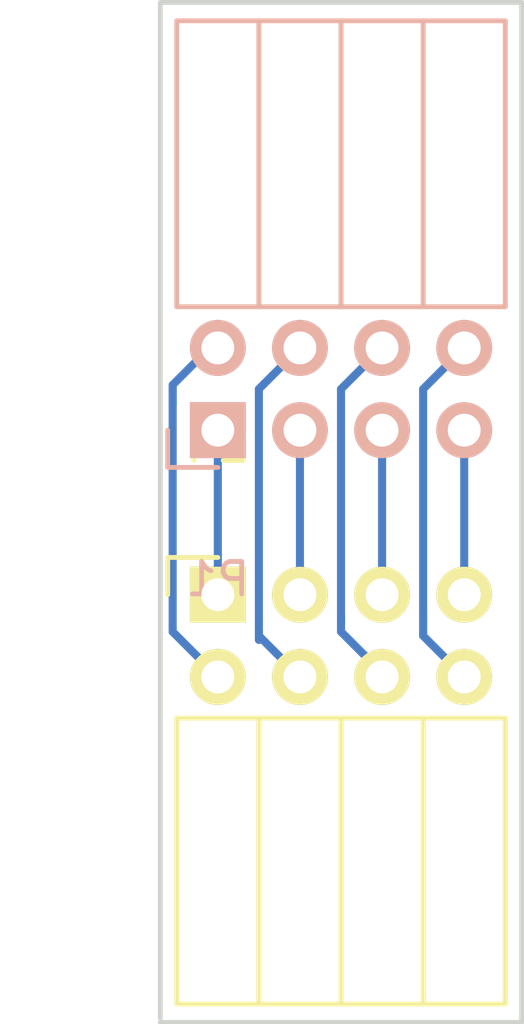
<source format=kicad_pcb>
(kicad_pcb (version 4) (host pcbnew 4.0.2-stable)

  (general
    (links 8)
    (no_connects 0)
    (area 143.481667 84.414999 168.337572 116.245001)
    (thickness 1.6)
    (drawings 4)
    (tracks 33)
    (zones 0)
    (modules 2)
    (nets 9)
  )

  (page A4)
  (layers
    (0 F.Cu signal)
    (31 B.Cu signal)
    (32 B.Adhes user)
    (33 F.Adhes user)
    (34 B.Paste user)
    (35 F.Paste user)
    (36 B.SilkS user)
    (37 F.SilkS user)
    (38 B.Mask user)
    (39 F.Mask user)
    (40 Dwgs.User user)
    (41 Cmts.User user)
    (42 Eco1.User user)
    (43 Eco2.User user)
    (44 Edge.Cuts user)
    (45 Margin user)
    (46 B.CrtYd user)
    (47 F.CrtYd user)
    (48 B.Fab user)
    (49 F.Fab user)
  )

  (setup
    (last_trace_width 0.25)
    (trace_clearance 0.2)
    (zone_clearance 0.508)
    (zone_45_only no)
    (trace_min 0.2)
    (segment_width 0.2)
    (edge_width 0.15)
    (via_size 0.6)
    (via_drill 0.4)
    (via_min_size 0.4)
    (via_min_drill 0.3)
    (uvia_size 0.3)
    (uvia_drill 0.1)
    (uvias_allowed no)
    (uvia_min_size 0.2)
    (uvia_min_drill 0.1)
    (pcb_text_width 0.3)
    (pcb_text_size 1.5 1.5)
    (mod_edge_width 0.15)
    (mod_text_size 1 1)
    (mod_text_width 0.15)
    (pad_size 1.524 1.524)
    (pad_drill 0.762)
    (pad_to_mask_clearance 0.2)
    (aux_axis_origin 0 0)
    (visible_elements 7FFFFFFF)
    (pcbplotparams
      (layerselection 0x00030_80000001)
      (usegerberextensions false)
      (excludeedgelayer true)
      (linewidth 0.100000)
      (plotframeref false)
      (viasonmask false)
      (mode 1)
      (useauxorigin false)
      (hpglpennumber 1)
      (hpglpenspeed 20)
      (hpglpendiameter 15)
      (hpglpenoverlay 2)
      (psnegative false)
      (psa4output false)
      (plotreference true)
      (plotvalue true)
      (plotinvisibletext false)
      (padsonsilk false)
      (subtractmaskfromsilk false)
      (outputformat 2)
      (mirror false)
      (drillshape 0)
      (scaleselection 1)
      (outputdirectory ""))
  )

  (net 0 "")
  (net 1 "Net-(P1-Pad1)")
  (net 2 "Net-(P1-Pad2)")
  (net 3 "Net-(P1-Pad3)")
  (net 4 "Net-(P1-Pad4)")
  (net 5 "Net-(P1-Pad5)")
  (net 6 "Net-(P1-Pad6)")
  (net 7 "Net-(P1-Pad7)")
  (net 8 "Net-(P1-Pad8)")

  (net_class Default "Esta es la clase de red por defecto."
    (clearance 0.2)
    (trace_width 0.25)
    (via_dia 0.6)
    (via_drill 0.4)
    (uvia_dia 0.3)
    (uvia_drill 0.1)
    (add_net "Net-(P1-Pad1)")
    (add_net "Net-(P1-Pad2)")
    (add_net "Net-(P1-Pad3)")
    (add_net "Net-(P1-Pad4)")
    (add_net "Net-(P1-Pad5)")
    (add_net "Net-(P1-Pad6)")
    (add_net "Net-(P1-Pad7)")
    (add_net "Net-(P1-Pad8)")
  )

  (module Socket_Strips:Socket_Strip_Angled_2x04 (layer B.Cu) (tedit 56E584F1) (tstamp 56E57DE0)
    (at 148.59 97.79)
    (descr "Through hole socket strip")
    (tags "socket strip")
    (path /56E4A1CB)
    (fp_text reference P1 (at 0 4.6) (layer B.SilkS)
      (effects (font (size 1 1) (thickness 0.15)) (justify mirror))
    )
    (fp_text value CONN_02X04 (at -1.27 -4.953) (layer B.Fab)
      (effects (font (size 1 1) (thickness 0.15)) (justify mirror))
    )
    (fp_line (start -1.75 1.35) (end -1.75 -13.15) (layer B.CrtYd) (width 0.05))
    (fp_line (start 9.4 1.35) (end 9.4 -13.15) (layer B.CrtYd) (width 0.05))
    (fp_line (start -1.75 1.35) (end 9.4 1.35) (layer B.CrtYd) (width 0.05))
    (fp_line (start -1.75 -13.15) (end 9.4 -13.15) (layer B.CrtYd) (width 0.05))
    (fp_line (start 8.89 -12.64) (end 8.89 -3.81) (layer B.SilkS) (width 0.15))
    (fp_line (start 6.35 -12.64) (end 8.89 -12.64) (layer B.SilkS) (width 0.15))
    (fp_line (start 6.35 -3.81) (end 8.89 -3.81) (layer B.SilkS) (width 0.15))
    (fp_line (start 8.89 -3.81) (end 8.89 -12.64) (layer B.SilkS) (width 0.15))
    (fp_line (start 6.35 -3.81) (end 6.35 -12.64) (layer B.SilkS) (width 0.15))
    (fp_line (start 3.81 -3.81) (end 6.35 -3.81) (layer B.SilkS) (width 0.15))
    (fp_line (start 3.81 -12.64) (end 6.35 -12.64) (layer B.SilkS) (width 0.15))
    (fp_line (start 6.35 -12.64) (end 6.35 -3.81) (layer B.SilkS) (width 0.15))
    (fp_line (start 3.81 -12.64) (end 3.81 -3.81) (layer B.SilkS) (width 0.15))
    (fp_line (start 1.27 -12.64) (end 3.81 -12.64) (layer B.SilkS) (width 0.15))
    (fp_line (start 1.27 -3.81) (end 3.81 -3.81) (layer B.SilkS) (width 0.15))
    (fp_line (start 3.81 -3.81) (end 3.81 -12.64) (layer B.SilkS) (width 0.15))
    (fp_line (start 1.27 -3.81) (end 1.27 -12.64) (layer B.SilkS) (width 0.15))
    (fp_line (start -1.27 -3.81) (end 1.27 -3.81) (layer B.SilkS) (width 0.15))
    (fp_line (start 0 1.15) (end -1.55 1.15) (layer B.SilkS) (width 0.15))
    (fp_line (start -1.55 1.15) (end -1.55 0) (layer B.SilkS) (width 0.15))
    (fp_line (start -1.27 -3.81) (end -1.27 -12.64) (layer B.SilkS) (width 0.15))
    (fp_line (start -1.27 -12.64) (end 1.27 -12.64) (layer B.SilkS) (width 0.15))
    (fp_line (start 1.27 -12.64) (end 1.27 -3.81) (layer B.SilkS) (width 0.15))
    (pad 1 thru_hole rect (at 0 0) (size 1.7272 1.7272) (drill 1.016) (layers *.Cu *.Mask B.SilkS)
      (net 1 "Net-(P1-Pad1)"))
    (pad 2 thru_hole oval (at 0 -2.54) (size 1.7272 1.7272) (drill 1.016) (layers *.Cu *.Mask B.SilkS)
      (net 2 "Net-(P1-Pad2)"))
    (pad 3 thru_hole oval (at 2.54 0) (size 1.7272 1.7272) (drill 1.016) (layers *.Cu *.Mask B.SilkS)
      (net 3 "Net-(P1-Pad3)"))
    (pad 4 thru_hole oval (at 2.54 -2.54) (size 1.7272 1.7272) (drill 1.016) (layers *.Cu *.Mask B.SilkS)
      (net 4 "Net-(P1-Pad4)"))
    (pad 5 thru_hole oval (at 5.08 0) (size 1.7272 1.7272) (drill 1.016) (layers *.Cu *.Mask B.SilkS)
      (net 5 "Net-(P1-Pad5)"))
    (pad 6 thru_hole oval (at 5.08 -2.54) (size 1.7272 1.7272) (drill 1.016) (layers *.Cu *.Mask B.SilkS)
      (net 6 "Net-(P1-Pad6)"))
    (pad 7 thru_hole oval (at 7.62 0) (size 1.7272 1.7272) (drill 1.016) (layers *.Cu *.Mask B.SilkS)
      (net 7 "Net-(P1-Pad7)"))
    (pad 8 thru_hole oval (at 7.62 -2.54) (size 1.7272 1.7272) (drill 1.016) (layers *.Cu *.Mask B.SilkS)
      (net 8 "Net-(P1-Pad8)"))
    (model Socket_Strips.3dshapes/Socket_Strip_Angled_2x04.wrl
      (at (xyz 0.15 -0.05 0))
      (scale (xyz 1 1 1))
      (rotate (xyz 0 0 180))
    )
  )

  (module Socket_Strips:Socket_Strip_Angled_2x04 (layer F.Cu) (tedit 56E584F4) (tstamp 56E57DEB)
    (at 148.59 102.87)
    (descr "Through hole socket strip")
    (tags "socket strip")
    (path /56E4A444)
    (fp_text reference P2 (at 0 -4.6) (layer F.SilkS)
      (effects (font (size 1 1) (thickness 0.15)))
    )
    (fp_text value CONN_02X04 (at -1.778 4.826) (layer F.Fab)
      (effects (font (size 1 1) (thickness 0.15)))
    )
    (fp_line (start -1.75 -1.35) (end -1.75 13.15) (layer F.CrtYd) (width 0.05))
    (fp_line (start 9.4 -1.35) (end 9.4 13.15) (layer F.CrtYd) (width 0.05))
    (fp_line (start -1.75 -1.35) (end 9.4 -1.35) (layer F.CrtYd) (width 0.05))
    (fp_line (start -1.75 13.15) (end 9.4 13.15) (layer F.CrtYd) (width 0.05))
    (fp_line (start 8.89 12.64) (end 8.89 3.81) (layer F.SilkS) (width 0.15))
    (fp_line (start 6.35 12.64) (end 8.89 12.64) (layer F.SilkS) (width 0.15))
    (fp_line (start 6.35 3.81) (end 8.89 3.81) (layer F.SilkS) (width 0.15))
    (fp_line (start 8.89 3.81) (end 8.89 12.64) (layer F.SilkS) (width 0.15))
    (fp_line (start 6.35 3.81) (end 6.35 12.64) (layer F.SilkS) (width 0.15))
    (fp_line (start 3.81 3.81) (end 6.35 3.81) (layer F.SilkS) (width 0.15))
    (fp_line (start 3.81 12.64) (end 6.35 12.64) (layer F.SilkS) (width 0.15))
    (fp_line (start 6.35 12.64) (end 6.35 3.81) (layer F.SilkS) (width 0.15))
    (fp_line (start 3.81 12.64) (end 3.81 3.81) (layer F.SilkS) (width 0.15))
    (fp_line (start 1.27 12.64) (end 3.81 12.64) (layer F.SilkS) (width 0.15))
    (fp_line (start 1.27 3.81) (end 3.81 3.81) (layer F.SilkS) (width 0.15))
    (fp_line (start 3.81 3.81) (end 3.81 12.64) (layer F.SilkS) (width 0.15))
    (fp_line (start 1.27 3.81) (end 1.27 12.64) (layer F.SilkS) (width 0.15))
    (fp_line (start -1.27 3.81) (end 1.27 3.81) (layer F.SilkS) (width 0.15))
    (fp_line (start 0 -1.15) (end -1.55 -1.15) (layer F.SilkS) (width 0.15))
    (fp_line (start -1.55 -1.15) (end -1.55 0) (layer F.SilkS) (width 0.15))
    (fp_line (start -1.27 3.81) (end -1.27 12.64) (layer F.SilkS) (width 0.15))
    (fp_line (start -1.27 12.64) (end 1.27 12.64) (layer F.SilkS) (width 0.15))
    (fp_line (start 1.27 12.64) (end 1.27 3.81) (layer F.SilkS) (width 0.15))
    (pad 1 thru_hole rect (at 0 0) (size 1.7272 1.7272) (drill 1.016) (layers *.Cu *.Mask F.SilkS)
      (net 1 "Net-(P1-Pad1)"))
    (pad 2 thru_hole oval (at 0 2.54) (size 1.7272 1.7272) (drill 1.016) (layers *.Cu *.Mask F.SilkS)
      (net 2 "Net-(P1-Pad2)"))
    (pad 3 thru_hole oval (at 2.54 0) (size 1.7272 1.7272) (drill 1.016) (layers *.Cu *.Mask F.SilkS)
      (net 3 "Net-(P1-Pad3)"))
    (pad 4 thru_hole oval (at 2.54 2.54) (size 1.7272 1.7272) (drill 1.016) (layers *.Cu *.Mask F.SilkS)
      (net 4 "Net-(P1-Pad4)"))
    (pad 5 thru_hole oval (at 5.08 0) (size 1.7272 1.7272) (drill 1.016) (layers *.Cu *.Mask F.SilkS)
      (net 5 "Net-(P1-Pad5)"))
    (pad 6 thru_hole oval (at 5.08 2.54) (size 1.7272 1.7272) (drill 1.016) (layers *.Cu *.Mask F.SilkS)
      (net 6 "Net-(P1-Pad6)"))
    (pad 7 thru_hole oval (at 7.62 0) (size 1.7272 1.7272) (drill 1.016) (layers *.Cu *.Mask F.SilkS)
      (net 7 "Net-(P1-Pad7)"))
    (pad 8 thru_hole oval (at 7.62 2.54) (size 1.7272 1.7272) (drill 1.016) (layers *.Cu *.Mask F.SilkS)
      (net 8 "Net-(P1-Pad8)"))
    (model Socket_Strips.3dshapes/Socket_Strip_Angled_2x04.wrl
      (at (xyz 0.15 -0.05 0))
      (scale (xyz 1 1 1))
      (rotate (xyz 0 0 180))
    )
  )

  (gr_line (start 157.988 116.078) (end 146.812 116.078) (angle 90) (layer Edge.Cuts) (width 0.15))
  (gr_line (start 157.988 84.582) (end 157.988 116.078) (angle 90) (layer Edge.Cuts) (width 0.15))
  (gr_line (start 146.812 84.582) (end 157.988 84.582) (angle 90) (layer Edge.Cuts) (width 0.15))
  (gr_line (start 146.812 115.951) (end 146.812 84.582) (angle 90) (layer Edge.Cuts) (width 0.15))

  (segment (start 148.59 97.79) (end 148.59 102.87) (width 0.25) (layer B.Cu) (net 1))
  (segment (start 148.59 95.25) (end 148.336 95.25) (width 0.25) (layer B.Cu) (net 2))
  (segment (start 148.336 95.25) (end 147.193 96.393) (width 0.25) (layer B.Cu) (net 2) (tstamp 56E4A682))
  (segment (start 148.59 105.41) (end 147.193 104.013) (width 0.25) (layer B.Cu) (net 2))
  (segment (start 147.193 104.013) (end 147.193 96.393) (width 0.25) (layer B.Cu) (net 2) (tstamp 56E4A725))
  (segment (start 147.193 96.393) (end 147.193 97.028) (width 0.25) (layer B.Cu) (net 2) (tstamp 56E4A688))
  (segment (start 147.193 97.028) (end 147.193 96.901) (width 0.25) (layer B.Cu) (net 2) (tstamp 56E4A68B))
  (segment (start 148.59 105.41) (end 148.082 105.41) (width 0.25) (layer B.Cu) (net 2))
  (segment (start 148.59 105.41) (end 148.59 105.283) (width 0.25) (layer B.Cu) (net 2))
  (segment (start 151.13 97.79) (end 151.13 102.87) (width 0.25) (layer B.Cu) (net 3))
  (segment (start 149.86 96.52) (end 151.13 95.25) (width 0.25) (layer B.Cu) (net 4) (tstamp 56E4A620))
  (segment (start 149.86 103.632) (end 149.86 96.52) (width 0.25) (layer B.Cu) (net 4) (tstamp 56E4A61C))
  (segment (start 149.86 104.013) (end 149.86 104.14) (width 0.25) (layer B.Cu) (net 4))
  (segment (start 149.86 104.14) (end 151.13 105.41) (width 0.25) (layer B.Cu) (net 4) (tstamp 56E4A6A7))
  (segment (start 151.13 105.41) (end 151.003 105.41) (width 0.25) (layer B.Cu) (net 4))
  (segment (start 149.86 104.267) (end 149.86 104.013) (width 0.25) (layer B.Cu) (net 4) (tstamp 56E4A64A))
  (segment (start 149.86 104.013) (end 149.86 103.632) (width 0.25) (layer B.Cu) (net 4) (tstamp 56E4A6A5))
  (segment (start 151.13 105.41) (end 151.13 104.902) (width 0.25) (layer B.Cu) (net 4))
  (segment (start 153.67 97.79) (end 153.67 102.87) (width 0.25) (layer B.Cu) (net 5))
  (segment (start 152.4 96.52) (end 153.67 95.25) (width 0.25) (layer B.Cu) (net 6) (tstamp 56E4A617))
  (segment (start 152.4 103.505) (end 152.4 104.013) (width 0.25) (layer B.Cu) (net 6))
  (segment (start 152.4 104.013) (end 153.67 105.283) (width 0.25) (layer B.Cu) (net 6) (tstamp 56E4A63E))
  (segment (start 153.67 105.283) (end 153.67 105.41) (width 0.25) (layer B.Cu) (net 6) (tstamp 56E4A63F))
  (segment (start 153.67 105.41) (end 153.67 105.029) (width 0.25) (layer B.Cu) (net 6))
  (segment (start 152.4 103.759) (end 152.4 103.505) (width 0.25) (layer B.Cu) (net 6) (tstamp 56E4A615))
  (segment (start 152.4 103.505) (end 152.4 96.52) (width 0.25) (layer B.Cu) (net 6) (tstamp 56E4A63C))
  (segment (start 156.21 97.79) (end 156.21 102.87) (width 0.25) (layer B.Cu) (net 7))
  (segment (start 154.94 96.52) (end 156.21 95.25) (width 0.25) (layer B.Cu) (net 8) (tstamp 56E4A610))
  (segment (start 154.94 103.505) (end 154.94 104.14) (width 0.25) (layer B.Cu) (net 8))
  (segment (start 154.94 104.14) (end 156.21 105.41) (width 0.25) (layer B.Cu) (net 8) (tstamp 56E4A6D9))
  (segment (start 156.21 105.41) (end 156.21 105.156) (width 0.25) (layer B.Cu) (net 8))
  (segment (start 154.94 103.886) (end 154.94 103.505) (width 0.25) (layer B.Cu) (net 8) (tstamp 56E4A60C))
  (segment (start 154.94 103.505) (end 154.94 96.52) (width 0.25) (layer B.Cu) (net 8) (tstamp 56E4A6D7))

)

</source>
